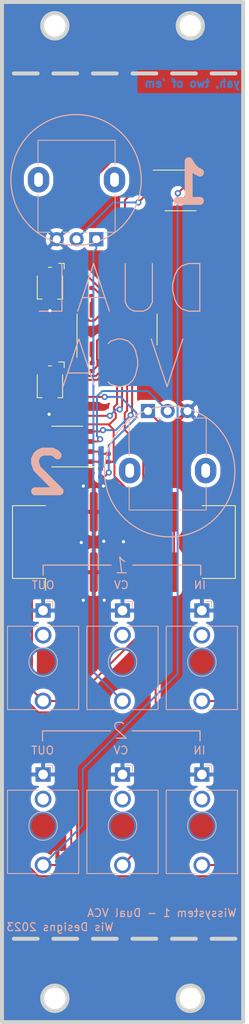
<source format=kicad_pcb>
(kicad_pcb (version 20221018) (generator pcbnew)
  (layers (0 "F.Cu" signal) (31 "B.Cu" signal) (34 "B.Paste" user) (35 "F.Paste" user) (36 "B.SilkS" user "B.Silkscreen") (37 "F.SilkS" user "F.Silkscreen") (38 "B.Mask" user) (39 "F.Mask" user) (44 "Edge.Cuts" user))
  (net 0 "")
  (net 1 "-12V")
  (net 2 "GND")
  (net 3 "+12V")
  (net 4 "+5V")
  (net 5 "Net-(J1-CV_L)")
  (net 6 "Net-(J1-GATE_L)")
  (net 7 "Net-(J_CV1-PadT)")
  (net 9 "Net-(J_CV2-PadT)")
  (net 11 "Net-(J_OUT1-PadT)")
  (net 13 "Net-(J_OUT2-PadT)")
  (net 15 "Net-(J_SIG1-PadT)")
  (net 17 "Net-(J_SIG3-PadT)")
  (net 19 "Net-(U1A--)")
  (net 20 "Net-(R1-Pad2)")
  (net 21 "Net-(U2A-D)")
  (net 22 "Net-(U2A-+)")
  (net 23 "Net-(R5-Pad1)")
  (net 24 "Net-(U1B--)")
  (net 25 "Net-(U3A--)")
  (net 26 "Net-(U2B-D)")
  (net 27 "Net-(U2B-+)")
  (net 28 "Net-(R11-Pad2)")
  (net 29 "Net-(R12-Pad1)")
  (net 30 "Net-(U3B--)")
  (net 31 "Net-(U1A-+)")
  (net 32 "Net-(U2A--)")
  (net 33 "Net-(U2B--)")
  (net 34 "Net-(U3A-+)")
  (footprint "Connector_IDC:IDC-Header_2x08_P2.54mm_Vertical_SMD" (layer "F.Cu") (at 35.4076 88.0264 90)
    (fp_text reference "J1" hide)
    (fp_text value "EuroPower16")
    (pad "1" smd roundrect (at -3.8 -8.89 90) (size 5 1.02) (layers "F.Cu" "F.Paste" "F.Mask") (net 1 "-12V"))
    (pad "2" smd roundrect (at 3.8 -8.89 90) (size 5 1.02) (layers "F.Cu" "F.Paste" "F.Mask") (net 1 "-12V"))
    (pad "3" smd roundrect (at -3.8 -6.35 90) (size 5 1.02) (layers "F.Cu" "F.Paste" "F.Mask") (net 2 "GND"))
    (pad "4" smd roundrect (at 3.8 -6.35 90) (size 5 1.02) (layers "F.Cu" "F.Paste" "F.Mask") (net 2 "GND"))
    (pad "5" smd roundrect (at -3.8 -3.81 90) (size 5 1.02) (layers "F.Cu" "F.Paste" "F.Mask") (net 2 "GND"))
    (pad "6" smd roundrect (at 3.8 -3.81 90) (size 5 1.02) (layers "F.Cu" "F.Paste" "F.Mask") (net 2 "GND"))
    (pad "7" smd roundrect (at -3.8 -1.27 90) (size 5 1.02) (layers "F.Cu" "F.Paste" "F.Mask") (net 2 "GND"))
    (pad "8" smd roundrect (at 3.8 -1.27 90) (size 5 1.02) (layers "F.Cu" "F.Paste" "F.Mask") (net 2 "GND"))
    (pad "9" smd roundrect (at -3.8 1.27 90) (size 5 1.02) (layers "F.Cu" "F.Paste" "F.Mask") (net 3 "+12V"))
    (pad "10" smd roundrect (at 3.8 1.27 90) (size 5 1.02) (layers "F.Cu" "F.Paste" "F.Mask") (net 3 "+12V"))
    (pad "11" smd roundrect (at -3.8 3.81 90) (size 5 1.02) (layers "F.Cu" "F.Paste" "F.Mask") (net 4 "+5V"))
    (pad "12" smd roundrect (at 3.8 3.81 90) (size 5 1.02) (layers "F.Cu" "F.Paste" "F.Mask") (net 4 "+5V"))
    (pad "13" smd roundrect (at -3.8 6.35 90) (size 5 1.02) (layers "F.Cu" "F.Paste" "F.Mask") (net 5 "Net-(J1-CV_L)"))
    (pad "14" smd roundrect (at 3.8 6.35 90) (size 5 1.02) (layers "F.Cu" "F.Paste" "F.Mask") (net 5 "Net-(J1-CV_L)"))
    (pad "15" smd roundrect (at -3.8 8.89 90) (size 5 1.02) (layers "F.Cu" "F.Paste" "F.Mask") (net 6 "Net-(J1-GATE_L)"))
    (pad "16" smd roundrect (at 3.8 8.89 90) (size 5 1.02) (layers "F.Cu" "F.Paste" "F.Mask") (net 6 "Net-(J1-GATE_L)"))
  )
  (footprint "kpm-jlcpcb-basic:R_0402_1005Metric" (layer "F.Cu") (at 31.3944 65.9912 90)
    (fp_text reference "R3" hide)
    (fp_text value "100k" hide)
    (pad "1" smd roundrect (at -0.51 0 90) (size 0.54 0.64) (layers "F.Cu" "F.Paste" "F.Mask") (net 3 "+12V"))
    (pad "2" smd roundrect (at 0.51 0 90) (size 0.54 0.64) (layers "F.Cu" "F.Paste" "F.Mask") (net 21 "Net-(U2A-D)"))
  )
  (footprint "kpm-jlcpcb-basic:R_0402_1005Metric" (layer "F.Cu") (at 27.5356 107.0864)
    (fp_text reference "R6" hide)
    (fp_text value "10k" hide)
    (pad "1" smd roundrect (at -0.51 0) (size 0.54 0.64) (layers "F.Cu" "F.Paste" "F.Mask") (net 2 "GND"))
    (pad "2" smd roundrect (at 0.51 0) (size 0.54 0.64) (layers "F.Cu" "F.Paste" "F.Mask") (net 24 "Net-(U1B--)"))
  )
  (footprint "kpm-jlcpcb-basic:R_0603_1608Metric" (layer "F.Cu") (at 48.1706 128.7272 180)
    (fp_text reference "R4" hide)
    (fp_text value "560k" hide)
    (pad "1" smd roundrect (at -0.825 0 180) (size 0.8 0.95) (layers "F.Cu" "F.Paste" "F.Mask") (net 22 "Net-(U2A-+)"))
    (pad "2" smd roundrect (at 0.825 0 180) (size 0.8 0.95) (layers "F.Cu" "F.Paste" "F.Mask") (net 17 "Net-(J_SIG3-PadT)"))
  )
  (footprint "Potentiometer_SMD:Potentiometer_Bourns_TC33X_Vertical" (layer "F.Cu") (at 26.0604 55.5244 -90)
    (fp_text reference "RV3" hide)
    (fp_text value "R_Potentiometer_Trim_US")
    (pad "1" smd rect (at -1.8 -1 270) (size 1.2 1.2) (layers "F.Cu" "F.Paste" "F.Mask") (net 33 "Net-(U2B--)"))
    (pad "2" smd rect (at 1.45 0 270) (size 1.5 1.6) (layers "F.Cu" "F.Paste" "F.Mask") (net 2 "GND"))
    (pad "3" smd rect (at -1.8 1 270) (size 1.2 1.2) (layers "F.Cu" "F.Paste" "F.Mask") (net 27 "Net-(U2B-+)"))
  )
  (footprint "kpm-jlcpcb-basic:SOIC-8_3.9x4.9mm_P1.27mm" (layer "F.Cu") (at 42.5704 43.7388 -90)
    (fp_text reference "U3" hide)
    (fp_text value "TL072CDT")
    (pad "1" smd roundrect (at -1.905 2.475) (size 1.95 0.6) (layers "F.Cu" "F.Paste" "F.Mask") (net 28 "Net-(R11-Pad2)"))
    (pad "2" smd roundrect (at -0.635 2.475) (size 1.95 0.6) (layers "F.Cu" "F.Paste" "F.Mask") (net 25 "Net-(U3A--)"))
    (pad "3" smd roundrect (at 0.635 2.475) (size 1.95 0.6) (layers "F.Cu" "F.Paste" "F.Mask") (net 34 "Net-(U3A-+)"))
    (pad "4" smd roundrect (at 1.905 2.475) (size 1.95 0.6) (layers "F.Cu" "F.Paste" "F.Mask") (net 1 "-12V"))
    (pad "5" smd roundrect (at 1.905 -2.475) (size 1.95 0.6) (layers "F.Cu" "F.Paste" "F.Mask") (net 2 "GND"))
    (pad "6" smd roundrect (at 0.635 -2.475) (size 1.95 0.6) (layers "F.Cu" "F.Paste" "F.Mask") (net 30 "Net-(U3B--)"))
    (pad "7" smd roundrect (at -0.635 -2.475) (size 1.95 0.6) (layers "F.Cu" "F.Paste" "F.Mask") (net 13 "Net-(J_OUT2-PadT)"))
    (pad "8" smd roundrect (at -1.905 -2.475) (size 1.95 0.6) (layers "F.Cu" "F.Paste" "F.Mask") (net 3 "+12V"))
  )
  (footprint "kpm-jlcpcb-basic:R_0603_1608Metric" (layer "F.Cu") (at 48.069 108.0516 180)
    (fp_text reference "R10" hide)
    (fp_text value "560k" hide)
    (pad "1" smd roundrect (at -0.825 0 180) (size 0.8 0.95) (layers "F.Cu" "F.Paste" "F.Mask") (net 27 "Net-(U2B-+)"))
    (pad "2" smd roundrect (at 0.825 0 180) (size 0.8 0.95) (layers "F.Cu" "F.Paste" "F.Mask") (net 15 "Net-(J_SIG1-PadT)"))
  )
  (footprint "kpm-jlcpcb-basic:R_0402_1005Metric" (layer "F.Cu") (at 27.5316 127.7112)
    (fp_text reference "R13" hide)
    (fp_text value "10k" hide)
    (pad "1" smd roundrect (at -0.51 0) (size 0.54 0.64) (layers "F.Cu" "F.Paste" "F.Mask") (net 2 "GND"))
    (pad "2" smd roundrect (at 0.51 0) (size 0.54 0.64) (layers "F.Cu" "F.Paste" "F.Mask") (net 30 "Net-(U3B--)"))
  )
  (footprint "kpm-jlcpcb-basic:R_0402_1005Metric" (layer "F.Cu") (at 27.5336 108.0516 180)
    (fp_text reference "R7" hide)
    (fp_text value "56k" hide)
    (pad "1" smd roundrect (at -0.51 0 180) (size 0.54 0.64) (layers "F.Cu" "F.Paste" "F.Mask") (net 24 "Net-(U1B--)"))
    (pad "2" smd roundrect (at 0.51 0 180) (size 0.54 0.64) (layers "F.Cu" "F.Paste" "F.Mask") (net 11 "Net-(J_OUT1-PadT)"))
  )
  (footprint "kpm-jlcpcb-basic:SOIC-8_3.9x4.9mm_P1.27mm" (layer "F.Cu") (at 28.2448 75.9968 90)
    (fp_text reference "U1" hide)
    (fp_text value "TL072CDT" hide)
    (pad "1" smd roundrect (at -1.905 2.475 180) (size 1.95 0.6) (layers "F.Cu" "F.Paste" "F.Mask") (net 20 "Net-(R1-Pad2)"))
    (pad "2" smd roundrect (at -0.635 2.475 180) (size 1.95 0.6) (layers "F.Cu" "F.Paste" "F.Mask") (net 19 "Net-(U1A--)"))
    (pad "3" smd roundrect (at 0.635 2.475 180) (size 1.95 0.6) (layers "F.Cu" "F.Paste" "F.Mask") (net 31 "Net-(U1A-+)"))
    (pad "4" smd roundrect (at 1.905 2.475 180) (size 1.95 0.6) (layers "F.Cu" "F.Paste" "F.Mask") (net 1 "-12V"))
    (pad "5" smd roundrect (at 1.905 -2.475 180) (size 1.95 0.6) (layers "F.Cu" "F.Paste" "F.Mask") (net 2 "GND"))
    (pad "6" smd roundrect (at 0.635 -2.475 180) (size 1.95 0.6) (layers "F.Cu" "F.Paste" "F.Mask") (net 24 "Net-(U1B--)"))
    (pad "7" smd roundrect (at -0.635 -2.475 180) (size 1.95 0.6) (layers "F.Cu" "F.Paste" "F.Mask") (net 11 "Net-(J_OUT1-PadT)"))
    (pad "8" smd roundrect (at -1.905 -2.475 180) (size 1.95 0.6) (layers "F.Cu" "F.Paste" "F.Mask") (net 3 "+12V"))
  )
  (footprint "kpm-jlcpcb-basic:R_0402_1005Metric" (layer "F.Cu") (at 27.5356 128.6764 180)
    (fp_text reference "R14" hide)
    (fp_text value "56k" hide)
    (pad "1" smd roundrect (at -0.51 0 180) (size 0.54 0.64) (layers "F.Cu" "F.Paste" "F.Mask") (net 30 "Net-(U3B--)"))
    (pad "2" smd roundrect (at 0.51 0 180) (size 0.54 0.64) (layers "F.Cu" "F.Paste" "F.Mask") (net 13 "Net-(J_OUT2-PadT)"))
  )
  (footprint "kpm-jlcpcb-basic:R_0402_1005Metric" (layer "F.Cu") (at 33.4264 77.4172 90)
    (fp_text reference "R2" hide)
    (fp_text value "56k" hide)
    (pad "1" smd roundrect (at -0.51 0 90) (size 0.54 0.64) (layers "F.Cu" "F.Paste" "F.Mask") (net 3 "+12V"))
    (pad "2" smd roundrect (at 0.51 0 90) (size 0.54 0.64) (layers "F.Cu" "F.Paste" "F.Mask") (net 19 "Net-(U1A--)"))
  )
  (footprint "kpm-jlcpcb-basic:R_0402_1005Metric" (layer "F.Cu") (at 37.3888 42.42 -90)
    (fp_text reference "R8" hide)
    (fp_text value "56k" hide)
    (pad "1" smd roundrect (at -0.51 0 270) (size 0.54 0.64) (layers "F.Cu" "F.Paste" "F.Mask") (net 3 "+12V"))
    (pad "2" smd roundrect (at 0.51 0 270) (size 0.54 0.64) (layers "F.Cu" "F.Paste" "F.Mask") (net 25 "Net-(U3A--)"))
  )
  (footprint "kpm-jlcpcb-basic:R_0402_1005Metric" (layer "F.Cu") (at 31.3436 56.5384 -90)
    (fp_text reference "R9" hide)
    (fp_text value "100k" hide)
    (pad "1" smd roundrect (at -0.51 0 270) (size 0.54 0.64) (layers "F.Cu" "F.Paste" "F.Mask") (net 3 "+12V"))
    (pad "2" smd roundrect (at 0.51 0 270) (size 0.54 0.64) (layers "F.Cu" "F.Paste" "F.Mask") (net 26 "Net-(U2B-D)"))
  )
  (footprint "kpm-jlcpcb-basic:R_0402_1005Metric" (layer "F.Cu") (at 32.4612 77.4172 -90)
    (fp_text reference "R1" hide)
    (fp_text value "56k" hide)
    (pad "1" smd roundrect (at -0.51 0 270) (size 0.54 0.64) (layers "F.Cu" "F.Paste" "F.Mask") (net 19 "Net-(U1A--)"))
    (pad "2" smd roundrect (at 0.51 0 270) (size 0.54 0.64) (layers "F.Cu" "F.Paste" "F.Mask") (net 20 "Net-(R1-Pad2)"))
  )
  (footprint "Package_SO:SOP-16_3.9x9.9mm_P1.27mm" (layer "F.Cu") (at 34.544 61.2648 90)
    (fp_text reference "U2" hide)
    (fp_text value "XL13700")
    (pad "1" smd roundrect (at -2.5 -4.445 90) (size 2 0.6) (layers "F.Cu" "F.Paste" "F.Mask") (net 23 "Net-(R5-Pad1)"))
    (pad "2" smd roundrect (at -2.5 -3.175 90) (size 2 0.6) (layers "F.Cu" "F.Paste" "F.Mask") (net 21 "Net-(U2A-D)"))
    (pad "3" smd roundrect (at -2.5 -1.905 90) (size 2 0.6) (layers "F.Cu" "F.Paste" "F.Mask") (net 22 "Net-(U2A-+)"))
    (pad "4" smd roundrect (at -2.5 -0.635 90) (size 2 0.6) (layers "F.Cu" "F.Paste" "F.Mask") (net 32 "Net-(U2A--)"))
    (pad "5" smd roundrect (at -2.5 0.635 90) (size 2 0.6) (layers "F.Cu" "F.Paste" "F.Mask") (net 24 "Net-(U1B--)"))
    (pad "6" smd roundrect (at -2.5 1.905 90) (size 2 0.6) (layers "F.Cu" "F.Paste" "F.Mask") (net 1 "-12V"))
    (pad "7" smd roundrect (at -2.5 3.175 90) (size 2 0.6) (layers "F.Cu" "F.Paste" "F.Mask"))
    (pad "8" smd roundrect (at -2.5 4.445 90) (size 2 0.6) (layers "F.Cu" "F.Paste" "F.Mask"))
    (pad "9" smd roundrect (at 2.5 4.445 90) (size 2 0.6) (layers "F.Cu" "F.Paste" "F.Mask"))
    (pad "10" smd roundrect (at 2.5 3.175 90) (size 2 0.6) (layers "F.Cu" "F.Paste" "F.Mask"))
    (pad "11" smd roundrect (at 2.5 1.905 90) (size 2 0.6) (layers "F.Cu" "F.Paste" "F.Mask") (net 3 "+12V"))
    (pad "12" smd roundrect (at 2.5 0.635 90) (size 2 0.6) (layers "F.Cu" "F.Paste" "F.Mask") (net 30 "Net-(U3B--)"))
    (pad "13" smd roundrect (at 2.5 -0.635 90) (size 2 0.6) (layers "F.Cu" "F.Paste" "F.Mask") (net 33 "Net-(U2B--)"))
    (pad "14" smd roundrect (at 2.5 -1.905 90) (size 2 0.6) (layers "F.Cu" "F.Paste" "F.Mask") (net 27 "Net-(U2B-+)"))
    (pad "15" smd roundrect (at 2.5 -3.175 90) (size 2 0.6) (layers "F.Cu" "F.Paste" "F.Mask") (net 26 "Net-(U2B-D)"))
    (pad "16" smd roundrect (at 2.5 -4.445 90) (size 2 0.6) (layers "F.Cu" "F.Paste" "F.Mask") (net 29 "Net-(R12-Pad1)"))
  )
  (footprint "kpm-jlcpcb-basic:R_0402_1005Metric" (layer "F.Cu") (at 32.4612 79.2988 90)
    (fp_text reference "R5" hide)
    (fp_text value "10k" hide)
    (pad "1" smd roundrect (at -0.51 0 90) (size 0.54 0.64) (layers "F.Cu" "F.Paste" "F.Mask") (net 23 "Net-(R5-Pad1)"))
    (pad "2" smd roundrect (at 0.51 0 90) (size 0.54 0.64) (layers "F.Cu" "F.Paste" "F.Mask") (net 20 "Net-(R1-Pad2)"))
  )
  (footprint "kpm-jlcpcb-basic:R_0402_1005Metric" (layer "F.Cu") (at 38.354 42.42 90)
    (fp_text reference "R11" hide)
    (fp_text value "56k" hide)
    (pad "1" smd roundrect (at -0.51 0 90) (size 0.54 0.64) (layers "F.Cu" "F.Paste" "F.Mask") (net 25 "Net-(U3A--)"))
    (pad "2" smd roundrect (at 0.51 0 90) (size 0.54 0.64) (layers "F.Cu" "F.Paste" "F.Mask") (net 28 "Net-(R11-Pad2)"))
  )
  (footprint "kpm-jlcpcb-basic:R_0402_1005Metric" (layer "F.Cu") (at 38.354 40.5384 -90)
    (fp_text reference "R12" hide)
    (fp_text value "10k" hide)
    (pad "1" smd roundrect (at -0.51 0 270) (size 0.54 0.64) (layers "F.Cu" "F.Paste" "F.Mask") (net 29 "Net-(R12-Pad1)"))
    (pad "2" smd roundrect (at 0.51 0 270) (size 0.54 0.64) (layers "F.Cu" "F.Paste" "F.Mask") (net 28 "Net-(R11-Pad2)"))
  )
  (footprint "Potentiometer_SMD:Potentiometer_Bourns_TC33X_Vertical" (layer "F.Cu") (at 26.0604 67.9472 -90)
    (fp_text reference "RV2" hide)
    (fp_text value "R_Potentiometer_Trim_US")
    (pad "1" smd rect (at -1.8 -1 270) (size 1.2 1.2) (layers "F.Cu" "F.Paste" "F.Mask") (net 32 "Net-(U2A--)"))
    (pad "2" smd rect (at 1.45 0 270) (size 1.5 1.6) (layers "F.Cu" "F.Paste" "F.Mask") (net 2 "GND"))
    (pad "3" smd rect (at -1.8 1 270) (size 1.2 1.2) (layers "F.Cu" "F.Paste" "F.Mask") (net 22 "Net-(U2A-+)"))
  )
  (footprint "Potentiometer_THT:Potentiometer_Alpha_RD901F-40-00D_Single_Vertical" (layer "B.Cu") (at 31.924 49.8856 90)
    (fp_text reference "RV4" hide)
    (fp_text value "AlphaPot")
    (pad "" thru_hole oval (at 7.5 -7.3) (size 2.72 3.24) (drill oval 1.1 1.8) (layers "*.Cu" "*.Mask"))
    (pad "" thru_hole oval (at 7.5 2.3) (size 2.72 3.24) (drill oval 1.1 1.8) (layers "*.Cu" "*.Mask"))
    (pad "1" thru_hole rect (at 0 0) (size 1.8 1.8) (drill 1) (layers "*.Cu" "*.Mask") (net 7 "Net-(J_CV1-PadT)"))
    (pad "2" thru_hole circle (at 0 -2.5) (size 1.8 1.8) (drill 1) (layers "*.Cu" "*.Mask") (net 34 "Net-(U3A-+)"))
    (pad "3" thru_hole circle (at 0 -5) (size 1.8 1.8) (drill 1) (layers "*.Cu" "*.Mask") (net 2 "GND"))
  )
  (footprint "Connector_Audio:Jack_3.5mm_QingPu_WQP-PJ398SM_Vertical_CircularHoles" (layer "B.Cu") (at 25.1968 96.6516 180)
    (fp_text reference "J_OUT1" hide)
    (fp_text value "Thonkiconn")
    (pad "S" thru_hole rect (at 0 0) (size 1.93 1.83) (drill 1.22) (layers "*.Cu" "*.Mask") (net 2 "GND"))
    (pad "T" thru_hole circle (at 0 -11.4) (size 2.13 2.13) (drill 1.43) (layers "*.Cu" "*.Mask") (net 11 "Net-(J_OUT1-PadT)"))
    (pad "TN" thru_hole circle (at 0 -3.1) (size 2.13 2.13) (drill 1.42) (layers "*.Cu" "*.Mask"))
    (zone (net 0) (net_name "") (layer "B.Cu") (connect_pads (clearance 0)) (min_thickness 0.254)
      (keepout (tracks not_allowed) (vias not_allowed) (pads not_allowed) (copperpour not_allowed) (footprints not_allowed))
      (fill (thermal_gap 0.508) (thermal_bridge_width 0.508))
      (polygon (pts (xy 23.691659 103.1316) (xy 23.71187 102.885771) (xy 23.771959 102.646545) (xy 23.870314 102.420344) (xy 24.004292 102.213245) (xy 24.170296 102.03081) (xy 24.363868 101.877936) (xy 24.579808 101.758731) (xy 24.812318 101.676394) (xy 25.055154 101.633139) (xy 25.301793 101.630125) (xy 25.545613 101.667435) (xy 25.780066 101.744066) (xy 25.998854 101.85796) (xy 26.196103 102.006058) (xy 26.366514 102.184384) (xy 26.505512 102.388148) (xy 26.609364 102.611878) (xy 26.675281 102.849565) (xy 26.701492 103.094826) (xy 26.687293 103.341075) (xy 26.633066 103.581699) (xy 26.540268 103.810234) (xy 26.411389 104.020545) (xy 26.249892 104.206982) (xy 26.060113 104.364539) (xy 25.84715 104.488985) (xy 25.616721 104.576977) (xy 25.375015 104.626153) (xy 25.128522 104.635192) (xy 24.883864 104.60385) (xy 24.647609 104.53297) (xy 24.426103 104.424456) (xy 24.225295 104.281221) (xy 24.050577 104.107112) (xy 23.906642 103.906805) (xy 23.797355 103.685679) (xy 23.725651 103.449674) (xy 23.693456 103.205126)))
    )
  )
  (footprint "Connector_Audio:Jack_3.5mm_QingPu_WQP-PJ398SM_Vertical_CircularHoles" (layer "B.Cu") (at 35.2298 117.3084 180)
    (fp_text reference "J_CV2" hide)
    (fp_text value "Thonkiconn")
    (pad "S" thru_hole rect (at 0 0) (size 1.93 1.83) (drill 1.22) (layers "*.Cu" "*.Mask") (net 2 "GND"))
    (pad "T" thru_hole circle (at 0 -11.4) (size 2.13 2.13) (drill 1.43) (layers "*.Cu" "*.Mask") (net 9 "Net-(J_CV2-PadT)"))
    (pad "TN" thru_hole circle (at 0 -3.1) (size 2.13 2.13) (drill 1.42) (layers "*.Cu" "*.Mask"))
    (zone (net 0) (net_name "") (layer "B.Cu") (connect_pads (clearance 0)) (min_thickness 0.254)
      (keepout (tracks not_allowed) (vias not_allowed) (pads not_allowed) (copperpour not_allowed) (footprints not_allowed))
      (fill (thermal_gap 0.508) (thermal_bridge_width 0.508))
      (polygon (pts (xy 33.724659 123.7884) (xy 33.74487 123.542571) (xy 33.804959 123.303345) (xy 33.903314 123.077144) (xy 34.037292 122.870045) (xy 34.203296 122.68761) (xy 34.396868 122.534736) (xy 34.612808 122.415531) (xy 34.845318 122.333194) (xy 35.088154 122.289939) (xy 35.334793 122.286925) (xy 35.578613 122.324235) (xy 35.813066 122.400866) (xy 36.031854 122.51476) (xy 36.229103 122.662858) (xy 36.399514 122.841184) (xy 36.538512 123.044948) (xy 36.642364 123.268678) (xy 36.708281 123.506365) (xy 36.734492 123.751626) (xy 36.720293 123.997875) (xy 36.666066 124.238499) (xy 36.573268 124.467034) (xy 36.444389 124.677345) (xy 36.282892 124.863782) (xy 36.093113 125.021339) (xy 35.88015 125.145785) (xy 35.649721 125.233777) (xy 35.408015 125.282953) (xy 35.161522 125.291992) (xy 34.916864 125.26065) (xy 34.680609 125.18977) (xy 34.459103 125.081256) (xy 34.258295 124.938021) (xy 34.083577 124.763912) (xy 33.939642 124.563605) (xy 33.830355 124.342479) (xy 33.758651 124.106474) (xy 33.726456 123.861926)))
    )
  )
  (footprint "Connector_Audio:Jack_3.5mm_QingPu_WQP-PJ398SM_Vertical_CircularHoles" (layer "B.Cu") (at 25.1968 117.3084 180)
    (fp_text reference "J_OUT2" hide)
    (fp_text value "Thonkiconn")
    (pad "S" thru_hole rect (at 0 0) (size 1.93 1.83) (drill 1.22) (layers "*.Cu" "*.Mask") (net 2 "GND"))
    (pad "T" thru_hole circle (at 0 -11.4) (size 2.13 2.13) (drill 1.43) (layers "*.Cu" "*.Mask") (net 13 "Net-(J_OUT2-PadT)"))
    (pad "TN" thru_hole circle (at 0 -3.1) (size 2.13 2.13) (drill 1.42) (layers "*.Cu" "*.Mask"))
    (zone (net 0) (net_name "") (layer "B.Cu") (connect_pads (clearance 0)) (min_thickness 0.254)
      (keepout (tracks not_allowed) (vias not_allowed) (pads not_allowed) (copperpour not_allowed) (footprints not_allowed))
      (fill (thermal_gap 0.508) (thermal_bridge_width 0.508))
      (polygon (pts (xy 23.691659 123.7884) (xy 23.71187 123.542571) (xy 23.771959 123.303345) (xy 23.870314 123.077144) (xy 24.004292 122.870045) (xy 24.170296 122.68761) (xy 24.363868 122.534736) (xy 24.579808 122.415531) (xy 24.812318 122.333194) (xy 25.055154 122.289939) (xy 25.301793 122.286925) (xy 25.545613 122.324235) (xy 25.780066 122.400866) (xy 25.998854 122.51476) (xy 26.196103 122.662858) (xy 26.366514 122.841184) (xy 26.505512 123.044948) (xy 26.609364 123.268678) (xy 26.675281 123.506365) (xy 26.701492 123.751626) (xy 26.687293 123.997875) (xy 26.633066 124.238499) (xy 26.540268 124.467034) (xy 26.411389 124.677345) (xy 26.249892 124.863782) (xy 26.060113 125.021339) (xy 25.84715 125.145785) (xy 25.616721 125.233777) (xy 25.375015 125.282953) (xy 25.128522 125.291992) (xy 24.883864 125.26065) (xy 24.647609 125.18977) (xy 24.426103 125.081256) (xy 24.225295 124.938021) (xy 24.050577 124.763912) (xy 23.906642 124.563605) (xy 23.797355 124.342479) (xy 23.725651 124.106474) (xy 23.693456 123.861926)))
    )
  )
  (footprint "Connector_Audio:Jack_3.5mm_QingPu_WQP-PJ398SM_Vertical_CircularHoles" (layer "B.Cu") (at 45.2628 117.3084 180)
    (fp_text reference "J_SIG3" hide)
    (fp_text value "Thonkiconn")
    (pad "S" thru_hole rect (at 0 0) (size 1.93 1.83) (drill 1.22) (layers "*.Cu" "*.Mask") (net 2 "GND"))
    (pad "T" thru_hole circle (at 0 -11.4) (size 2.13 2.13) (drill 1.43) (layers "*.Cu" "*.Mask") (net 17 "Net-(J_SIG3-PadT)"))
    (pad "TN" thru_hole circle (at 0 -3.1) (size 2.13 2.13) (drill 1.42) (layers "*.Cu" "*.Mask"))
    (zone (net 0) (net_name "") (layer "B.Cu") (connect_pads (clearance 0)) (min_thickness 0.254)
      (keepout (tracks not_allowed) (vias not_allowed) (pads not_allowed) (copperpour not_allowed) (footprints not_allowed))
      (fill (thermal_gap 0.508) (thermal_bridge_width 0.508))
      (polygon (pts (xy 43.757659 123.7884) (xy 43.77787 123.542571) (xy 43.837959 123.303345) (xy 43.936314 123.077144) (xy 44.070292 122.870045) (xy 44.236296 122.68761) (xy 44.429868 122.534736) (xy 44.645808 122.415531) (xy 44.878318 122.333194) (xy 45.121154 122.289939) (xy 45.367793 122.286925) (xy 45.611613 122.324235) (xy 45.846066 122.400866) (xy 46.064854 122.51476) (xy 46.262103 122.662858) (xy 46.432514 122.841184) (xy 46.571512 123.044948) (xy 46.675364 123.268678) (xy 46.741281 123.506365) (xy 46.767492 123.751626) (xy 46.753293 123.997875) (xy 46.699066 124.238499) (xy 46.606268 124.467034) (xy 46.477389 124.677345) (xy 46.315892 124.863782) (xy 46.126113 125.021339) (xy 45.91315 125.145785) (xy 45.682721 125.233777) (xy 45.441015 125.282953) (xy 45.194522 125.291992) (xy 44.949864 125.26065) (xy 44.713609 125.18977) (xy 44.492103 125.081256) (xy 44.291295 124.938021) (xy 44.116577 124.763912) (xy 43.972642 124.563605) (xy 43.863355 124.342479) (xy 43.791651 124.106474) (xy 43.759456 123.861926)))
    )
  )
  (footprint "Connector_Audio:Jack_3.5mm_QingPu_WQP-PJ398SM_Vertical_CircularHoles" (layer "B.Cu") (at 35.2298 96.6516 180)
    (fp_text reference "J_CV1" hide)
    (fp_text value "Thonkiconn")
    (pad "S" thru_hole rect (at 0 0) (size 1.93 1.83) (drill 1.22) (layers "*.Cu" "*.Mask") (net 2 "GND"))
    (pad "T" thru_hole circle (at 0 -11.4) (size 2.13 2.13) (drill 1.43) (layers "*.Cu" "*.Mask") (net 7 "Net-(J_CV1-PadT)"))
    (pad "TN" thru_hole circle (at 0 -3.1) (size 2.13 2.13) (drill 1.42) (layers "*.Cu" "*.Mask"))
    (zone (net 0) (net_name "") (layer "B.Cu") (connect_pads (clearance 0)) (min_thickness 0.254)
      (keepout (tracks not_allowed) (vias not_allowed) (pads not_allowed) (copperpour not_allowed) (footprints not_allowed))
      (fill (thermal_gap 0.508) (thermal_bridge_width 0.508))
      (polygon (pts (xy 33.724659 103.1316) (xy 33.74487 102.885771) (xy 33.804959 102.646545) (xy 33.903314 102.420344) (xy 34.037292 102.213245) (xy 34.203296 102.03081) (xy 34.396868 101.877936) (xy 34.612808 101.758731) (xy 34.845318 101.676394) (xy 35.088154 101.633139) (xy 35.334793 101.630125) (xy 35.578613 101.667435) (xy 35.813066 101.744066) (xy 36.031854 101.85796) (xy 36.229103 102.006058) (xy 36.399514 102.184384) (xy 36.538512 102.388148) (xy 36.642364 102.611878) (xy 36.708281 102.849565) (xy 36.734492 103.094826) (xy 36.720293 103.341075) (xy 36.666066 103.581699) (xy 36.573268 103.810234) (xy 36.444389 104.020545) (xy 36.282892 104.206982) (xy 36.093113 104.364539) (xy 35.88015 104.488985) (xy 35.649721 104.576977) (xy 35.408015 104.626153) (xy 35.161522 104.635192) (xy 34.916864 104.60385) (xy 34.680609 104.53297) (xy 34.459103 104.424456) (xy 34.258295 104.281221) (xy 34.083577 104.107112) (xy 33.939642 103.906805) (xy 33.830355 103.685679) (xy 33.758651 103.449674) (xy 33.726456 103.205126)))
    )
  )
  (footprint "Potentiometer_THT:Potentiometer_Alpha_RD901F-40-00D_Single_Vertical" (layer "B.Cu") (at 38.4448 71.5264 -90)
    (fp_text reference "RV1" hide)
    (fp_text value "AlphaPot")
    (pad "" thru_hole oval (at 7.5 -7.3 180) (size 2.72 3.24) (drill oval 1.1 1.8) (layers "*.Cu" "*.Mask"))
    (pad "" thru_hole oval (at 7.5 2.3 180) (size 2.72 3.24) (drill oval 1.1 1.8) (layers "*.Cu" "*.Mask"))
    (pad "1" thru_hole rect (at 0 0 180) (size 1.8 1.8) (drill 1) (layers "*.Cu" "*.Mask") (net 9 "Net-(J_CV2-PadT)"))
    (pad "2" thru_hole circle (at 0 -2.5 180) (size 1.8 1.8) (drill 1) (layers "*.Cu" "*.Mask") (net 31 "Net-(U1A-+)"))
    (pad "3" thru_hole circle (at 0 -5 180) (size 1.8 1.8) (drill 1) (layers "*.Cu" "*.Mask") (net 2 "GND"))
  )
  (footprint "Connector_Audio:Jack_3.5mm_QingPu_WQP-PJ398SM_Vertical_CircularHoles" (layer "B.Cu") (at 45.2628 96.6516 180)
    (fp_text reference "J_SIG1" hide)
    (fp_text value "Thonkiconn")
    (pad "S" thru_hole rect (at 0 0) (size 1.93 1.83) (drill 1.22) (layers "*.Cu" "*.Mask") (net 2 "GND"))
    (pad "T" thru_hole circle (at 0 -11.4) (size 2.13 2.13) (drill 1.43) (layers "*.Cu" "*.Mask") (net 15 "Net-(J_SIG1-PadT)"))
    (pad "TN" thru_hole circle (at 0 -3.1) (size 2.13 2.13) (drill 1.42) (layers "*.Cu" "*.Mask"))
    (zone (net 0) (net_name "") (layer "B.Cu") (connect_pads (clearance 0)) (min_thickness 0.254)
      (keepout (tracks not_allowed) (vias not_allowed) (pads not_allowed) (copperpour not_allowed) (footprints not_allowed))
      (fill (thermal_gap 0.508) (thermal_bridge_width 0.508))
      (polygon (pts (xy 43.757659 103.1316) (xy 43.77787 102.885771) (xy 43.837959 102.646545) (xy 43.936314 102.420344) (xy 44.070292 102.213245) (xy 44.236296 102.03081) (xy 44.429868 101.877936) (xy 44.645808 101.758731) (xy 44.878318 101.676394) (xy 45.121154 101.633139) (xy 45.367793 101.630125) (xy 45.611613 101.667435) (xy 45.846066 101.744066) (xy 46.064854 101.85796) (xy 46.262103 102.006058) (xy 46.432514 102.184384) (xy 46.571512 102.388148) (xy 46.675364 102.611878) (xy 46.741281 102.849565) (xy 46.767492 103.094826) (xy 46.753293 103.341075) (xy 46.699066 103.581699) (xy 46.606268 103.810234) (xy 46.477389 104.020545) (xy 46.315892 104.206982) (xy 46.126113 104.364539) (xy 45.91315 104.488985) (xy 45.682721 104.576977) (xy 45.441015 104.626153) (xy 45.194522 104.635192) (xy 44.949864 104.60385) (xy 44.713609 104.53297) (xy 44.492103 104.424456) (xy 44.291295 104.281221) (xy 44.116577 104.107112) (xy 43.972642 103.906805) (xy 43.863355 103.685679) (xy 43.791651 103.449674) (xy 43.759456 103.205126)))
    )
  )
  (gr_line (start 45.0342 111.8108) (end 45.0342 113.0808) (stroke (width 0.15)) (layer "B.SilkS"))
  (gr_line (start 25.1206 111.8108) (end 25.1206 113.0808) (stroke (width 0.15)) (layer "B.SilkS"))
  (gr_line (start 36.5252 90.932) (end 45.1104 90.932) (stroke (width 0.15)) (layer "B.SilkS"))
  (gr_line (start 36.449 111.8108) (end 45.0342 111.8108) (stroke (width 0.15)) (layer "B.SilkS"))
  (gr_circle (center 29.3624 42.418) (end 34.304 49.0056) (stroke (width 0.15)) (fill none) (layer "B.SilkS"))
  (gr_line (start 25.2222 90.932) (end 33.8074 90.932) (stroke (width 0.15)) (layer "B.SilkS"))
  (gr_line (start 45.1104 90.932) (end 45.1104 92.202) (stroke (width 0.15)) (layer "B.SilkS"))
  (gr_line (start 25.1968 90.932) (end 25.1968 92.202) (stroke (width 0.15)) (layer "B.SilkS"))
  (gr_line (start 25.146 111.8108) (end 33.7312 111.8108) (stroke (width 0.15)) (layer "B.SilkS"))
  (gr_circle (center 41.1988 79.14096) (end 46.1404 85.72856) (stroke (width 0.15)) (fill none) (layer "B.SilkS"))
  (gr_line (start 26.5 29) (end 29.5 29) (stroke (width 0.5)) (layer "Edge.Cuts"))
  (gr_line (start 26.5 138) (end 29.5 138) (stroke (width 0.5)) (layer "Edge.Cuts"))
  (gr_line (start 31.5 29) (end 34.5 29) (stroke (width 0.5)) (layer "Edge.Cuts"))
  (gr_line (start 41.5 138) (end 44.5 138) (stroke (width 0.5)) (layer "Edge.Cuts"))
  (gr_line (start 21.5 29) (end 24.5 29) (stroke (width 0.5)) (layer "Edge.Cuts"))
  (gr_rect (start 20 20) (end 50.48 148.5) (stroke (width 0.5)) (fill none) (layer "Edge.Cuts"))
  (gr_circle (center 26.68 145.5) (end 26.68 147.1) (stroke (width 0.5)) (fill none) (layer "Edge.Cuts"))
  (gr_line (start 41.5 29) (end 44.5 29) (stroke (width 0.5)) (layer "Edge.Cuts"))
  (gr_line (start 36.5 138) (end 39.5 138) (stroke (width 0.5)) (layer "Edge.Cuts"))
  (gr_line (start 46.5 138) (end 49.5 138) (stroke (width 0.5)) (layer "Edge.Cuts"))
  (gr_line (start 31.5 138) (end 34.5 138) (stroke (width 0.5)) (layer "Edge.Cuts"))
  (gr_line (start 46.5 29) (end 49.5 29) (stroke (width 0.5)) (layer "Edge.Cuts"))
  (gr_line (start 36.5 29) (end 39.5 29) (stroke (width 0.5)) (layer "Edge.Cuts"))
  (gr_circle (center 26.68 23) (end 26.68 24.6) (stroke (width 0.5)) (fill none) (layer "Edge.Cuts"))
  (gr_circle (center 43.8 23) (end 43.8 24.6) (stroke (width 0.5)) (fill none) (layer "Edge.Cuts"))
  (gr_circle (center 43.8 145.5) (end 43.8 147.1) (stroke (width 0.5)) (fill none) (layer "Edge.Cuts"))
  (gr_line (start 21.5 138) (end 24.5 138) (stroke (width 0.5)) (layer "Edge.Cuts"))
  (gr_text "yah, two of 'em" (at 50.1904 30.8356) (layer "B.Cu") (effects (font (size 1 1) (thickness 0.25) bold) (justify left bottom mirror)))
  (gr_text "1" (at 46.6344 45.72) (layer "B.SilkS") (effects (font (size 5 5) (thickness 1) bold) (justify left bottom mirror)))
  (gr_text "DUAL" (at 46.5328 59.69) (layer "B.SilkS") (effects (font (size 6 6)) (justify left bottom mirror)))
  (gr_text "Wis Designs 2023" (at 34.1884 137.1092) (layer "B.SilkS") (effects (font (size 1 1)) (justify left bottom mirror)))
  (gr_text "OUT" (at 26.67 114.8588) (layer "B.SilkS") (effects (font (size 1 1)) (justify left bottom mirror)))
  (gr_text "1" (at 36.1696 92.1512) (layer "B.SilkS") (effects (font (size 2 2) (thickness 0.15) italic) (justify left bottom mirror)))
  (gr_text "IN" (at 45.8216 114.8588) (layer "B.SilkS") (effects (font (size 1 1)) (justify left bottom mirror)))
  (gr_text "CV" (at 36.1188 94.0308) (layer "B.SilkS") (effects (font (size 1 1)) (justify left bottom mirror)))
  (gr_text "2" (at 28.6512 82.296) (layer "B.SilkS") (effects (font (size 5 5) (thickness 1) bold) (justify left bottom mirror)))
  (gr_text "2" (at 36.068 112.9792) (layer "B.SilkS") (effects (font (size 2 2) (thickness 0.15) italic) (justify left bottom mirror)))
  (gr_text "Wissystem 1 - Dual VCA" (at 49.7332 135.3312) (layer "B.SilkS") (effects (font (size 1 1)) (justify left bottom mirror)))
  (gr_text "OUT" (at 26.7208 94.0308) (layer "B.SilkS") (effects (font (size 1 1)) (justify left bottom mirror)))
  (gr_text "VCA" (at 43.5328 69.1896) (layer "B.SilkS") (effects (font (size 6 6)) (justify left bottom mirror)))
  (gr_text "CV" (at 36.068 114.8588) (layer "B.SilkS") (effects (font (size 1 1)) (justify left bottom mirror)))
  (gr_text "IN" (at 45.8724 94.0308) (layer "B.SilkS") (effects (font (size 1 1)) (justify left bottom mirror)))
  (segment (start 30.3419 74.0918) (end 30.7198 74.0918) (width 0.25) (layer "F.Cu") (net 1))
  (segment (start 36.449 63.7648) (end 36.449 63.1606) (width 0.25) (layer "F.Cu") (net 1))
  (segment (start 26.5176 84.2264) (end 27.7642 82.9798) (width 0.25) (layer "F.Cu") (net 1))
  (segment (start 26.5176 91.8264) (end 26.5176 84.2264) (width 0.25) (layer "F.Cu") (net 1))
  (segment (start 36.2635 72.0537) (end 36.449 71.8682) (width 0.25) (layer "F.Cu") (net 1))
  (segment (start 27.7642 76.6695) (end 30.3419 74.0918) (width 0.25) (layer "F.Cu") (net 1))
  (segment (start 40.0954 59.5142) (end 40.0954 45.6438) (width 0.25) (layer "F.Cu") (net 1))
  (segment (start 30.7198 74.0918) (end 32.5979 74.0918) (width 0.25) (layer "F.Cu") (net 1))
  (segment (start 27.7642 82.9798) (end 27.7642 76.6695) (width 0.25) (layer "F.Cu") (net 1))
  (segment (start 32.5979 74.0918) (end 32.7602 73.9295) (width 0.25) (layer "F.Cu") (net 1))
  (segment (start 36.449 71.8682) (end 36.449 63.7648) (width 0.25) (layer "F.Cu") (net 1))
  (segment (start 36.449 63.1606) (end 40.0954 59.5142) (width 0.25) (layer "F.Cu") (net 1))
  (via (at 36.2635 72.0537) (size 0.8) (drill 0.4) (layers "F.Cu" "B.Cu") (net 1))
  (via (at 32.7602 73.9295) (size 0.8) (drill 0.4) (layers "F.Cu" "B.Cu") (net 1))
  (segment (start 32.7602 73.9295) (end 34.3877 73.9295) (width 0.25) (layer "B.Cu") (net 1))
  (segment (start 34.3877 73.9295) (end 36.2635 72.0537) (width 0.25) (layer "B.Cu") (net 1))
  (segment (start 29.0576 84.2264) (end 29.0576 91.8264) (width 0.25) (layer "F.Cu") (net 2))
  (segment (start 29.0576 84.2264) (end 31.5976 84.2264) (width 0.25) (layer "F.Cu") (net 2))
  (segment (start 31.5976 84.2264) (end 31.5976 91.8264) (width 0.25) (layer "F.Cu") (net 2))
  (segment (start 34.1376 91.8264) (end 31.5976 91.8264) (width 0.25) (layer "F.Cu") (net 2))
  (segment (start 31.5976 91.8264) (end 29.0576 91.8264) (width 0.25) (layer "F.Cu") (net 2))
  (segment (start 31.5976 91.8264) (end 34.1376 91.8264) (width 0.25) (layer "F.Cu") (net 2))
  (segment (start 31.5976 84.2264) (end 34.1376 84.2264) (width 0.25) (layer "F.Cu") (net 2))
  (segment (start 34.1376 84.2264) (end 34.1376 91.8264) (width 0.25) (layer "F.Cu") (net 2))
  (via (at 32.8676 87.9348) (size 0.8) (drill 0.4) (layers "F.Cu" "B.Cu") (net 2))
  (via (at 32.9184 95.3516) (size 0.8) (drill 0.4) (layers "F.Cu" "B.Cu") (net 2))
  (via (at 25.9588 71.9328) (size 0.8) (drill 0.4) (layers "F.Cu" "B.Cu") (net 2))
  (via (at 26.0604 58.8772) (size 0.8) (drill 0.4) (layers "F.Cu" "B.Cu") (net 2))
  (via (at 30.0228 88.0872) (size 0.8) (drill 0.4) (layers "F.Cu" "B.Cu") (net 2))
  (via (at 32.8168 80.9752) (size 0.8) (drill 0.4) (layers "F.Cu" "B.Cu") (net 2))
  (via (at 30.2768 95.3516) (size 0.8) (drill 0.4) (layers "F.Cu" "B.Cu") (net 2))
  (via (at 35.3568 87.9856) (size 0.8) (drill 0.4) (layers "F.Cu" "B.Cu") (net 2))
  (via (at 30.2768 80.9752) (size 0.8) (drill 0.4) (layers "F.Cu" "B.Cu") (net 2))
  (segment (start 33.4264 77.9272) (end 34.1157 77.9272) (width 0.25) (layer "F.Cu") (net 3))
  (segment (start 34.8206 57.4238) (end 35.5505 57.4238) (width 0.25) (layer "F.Cu") (net 3))
  (segment (start 32.3012 62.3792) (end 34.2265 62.3792) (width 0.25) (layer "F.Cu") (net 3))
  (segment (start 34.3872 71.8518) (end 34.3872 72.4009) (width 0.25) (layer "F.Cu") (net 3))
  (segment (start 36.7427 42.5561) (end 36.7427 43.7388) (width 0.25) (layer "F.Cu") (net 3))
  (segment (start 32.004 65.0425) (end 32.004 62.6764) (width 0.25) (layer "F.Cu") (net 3))
  (segment (start 35.5505 57.4238) (end 36.449 58.3223) (width 0.25) (layer "F.Cu") (net 3))
  (segment (start 43.0365 41.8338) (end 45.0454 41.8338) (width 0.25) (layer "F.Cu") (net 3))
  (segment (start 33.5152 73.2729) (end 33.4467 73.2044) (width 0.25) (layer "F.Cu") (net 3))
  (segment (start 34.5439 59.8297) (end 34.5439 57.7005) (width 0.25) (layer "F.Cu") (net 3))
  (segment (start 31.3944 66.5012) (end 32.0592 65.8364) (width 0.25) (layer "F.Cu") (net 3))
  (segment (start 34.2168 79.7711) (end 34.2168 78.0283) (width 0.25) (layer "F.Cu") (net 3))
  (segment (start 34.2168 78.0283) (end 34.1157 77.9272) (width 0.25) (layer "F.Cu") (net 3))
  (segment (start 34.158 71.6226) (end 34.3872 71.8518) (width 0.25) (layer "F.Cu") (net 3))
  (segment (start 32.0592 65.0977) (end 32.004 65.0425) (width 0.25) (layer "F.Cu") (net 3))
  (segment (start 37.3888 41.91) (end 36.7427 42.5561) (width 0.25) (layer "F.Cu") (net 3))
  (segment (start 41.1315 43.7388) (end 43.0365 41.8338) (width 0.25) (layer "F.Cu") (net 3))
  (segment (start 27.314 76.8077) (end 26.2199 77.9018) (width 0.25) (layer "F.Cu") (net 3))
  (segment (start 27.314 75.8234) (end 27.314 76.8077) (width 0.25) (layer "F.Cu") (net 3))
  (segment (start 36.7427 43.7388) (end 41.1315 43.7388) (width 0.25) (layer "F.Cu") (net 3))
  (segment (start 34.2265 62.3792) (end 34.544 62.6967) (width 0.25) (layer "F.Cu") (net 3))
  (segment (start 36.6776 84.2264) (end 36.6776 91.8264) (width 0.25) (layer "F.Cu") (net 3))
  (segment (start 34.2265 60.1471) (end 34.5439 59.8297) (width 0.25) (layer "F.Cu") (net 3))
  (segment (start 34.158 71.022) (end 34.158 71.6226) (width 0.25) (layer "F.Cu") (net 3))
  (segment (start 26.2199 77.9018) (end 25.7698 77.9018) (width 0.25) (layer "F.Cu") (net 3))
  (segment (start 34.5439 57.7005) (end 34.8206 57.4238) (width 0.25) (layer "F.Cu") (net 3))
  (segment (start 32.004 62.6764) (end 32.3012 62.3792) (width 0.25) (layer "F.Cu") (net 3))
  (segment (start 34.3872 72.4009) (end 33.5152 73.2729) (width 0.25) (layer "F.Cu") (net 3))
  (segment (start 35.5505 44.931) (end 36.7427 43.7388) (width 0.25) (layer "F.Cu") (net 3))
  (segment (start 34.1157 73.8734) (end 34.1157 77.9272) (width 0.25) (layer "F.Cu") (net 3))
  (segment (start 36.6776 84.2264) (end 36.6776 82.2319) (width 0.25) (layer "F.Cu") (net 3))
  (segment (start 34.2265 62.3792) (end 34.2265 60.1471) (width 0.25) (layer "F.Cu") (net 3))
  (segment (start 34.544 62.6967) (end 34.544 70.636) (width 0.25) (layer "F.Cu") (net 3))
  (segment (start 34.2265 60.1471) (end 33.6138 60.1471) (width 0.25) (layer "F.Cu") (net 3))
  (segment (start 35.5505 57.4238) (end 35.5505 44.931) (width 0.25) (layer "F.Cu") (net 3))
  (segment (start 33.274 57.6954) (end 31.607 56.0284) (width 0.25) (layer "F.Cu") (net 3))
  (segment (start 33.4467 73.2044) (end 29.933 73.2044) (width 0.25) (layer "F.Cu") (net 3))
  (segment (start 33.6138 60.1471) (end 33.274 59.8073) (width 0.25) (layer "F.Cu") (net 3))
  (segment (start 33.274 59.8073) (end 33.274 57.6954) (width 0.25) (layer "F.Cu") (net 3))
  (segment (start 36.449 58.3223) (end 36.449 58.7648) (width 0.25) (layer "F.Cu") (net 3))
  (segment (start 36.6776 82.2319) (end 34.2168 79.7711) (width 0.25) (layer "F.Cu") (net 3))
  (segment (start 32.0592 65.8364) (end 32.0592 65.0977) (width 0.25) (layer "F.Cu") (net 3))
  (segment (start 34.544 70.636) (end 34.158 71.022) (width 0.25) (layer "F.Cu") (net 3))
  (segment (start 29.933 73.2044) (end 27.314 75.8234) (width 0.25) (layer "F.Cu") (net 3))
  (segment (start 33.5152 73.2729) (end 34.1157 73.8734) (width 0.25) (layer "F.Cu") (net 3))
  (segment (start 31.607 56.0284) (end 31.3436 56.0284) (width 0.25) (layer "F.Cu") (net 3))
  (segment (start 39.2176 91.8264) (end 39.2176 84.2264) (width 0.25) (layer "F.Cu") (net 4))
  (segment (start 41.7576 84.2264) (end 41.7576 91.8264) (width 0.25) (layer "F.Cu") (net 5))
  (segment (start 44.2976 91.8264) (end 44.2976 84.2264) (width 0.25) (layer "F.Cu") (net 6))
  (segment (start 31.924 51.1107) (end 31.555 51.4797) (width 0.25) (layer "B.Cu") (net 7))
  (segment (start 31.924 49.8856) (end 31.924 51.1107) (width 0.25) (layer "B.Cu") (net 7))
  (segment (start 31.555 104.3768) (end 35.2298 108.0516) (width 0.25) (layer "B.Cu") (net 7))
  (segment (start 31.555 51.4797) (end 31.555 104.3768) (width 0.25) (layer "B.Cu") (net 7))
  (segment (start 39.4208 124.5174) (end 39.4208 94.943444) (width 0.25) (layer "F.Cu") (net 9))
  (segment (start 40.0526 94.311644) (end 40.0526 73.1342) (width 0.25) (layer "F.Cu") (net 9))
  (segment (start 40.0526 73.1342) (end 38.4448 71.5264) (width 0.25) (layer "F.Cu") (net 9))
  (segment (start 35.2298 128.7084) (end 39.4208 124.5174) (width 0.25) (layer "F.Cu") (net 9))
  (segment (start 39.4208 94.943444) (end 40.0526 94.311644) (width 0.25) (layer "F.Cu") (net 9))
  (segment (start 25.1968 108.052) (end 25.1972 108.052) (width 0.25) (layer "F.Cu") (net 11))
  (segment (start 25.1968 108.0516) (end 23.7929 106.6477) (width 0.25) (layer "F.Cu") (net 11))
  (segment (start 25.1972 108.052) (end 25.1968 108.0516) (width 0.25) (layer "F.Cu") (net 11))
  (segment (start 27.0232 108.052) (end 27.0236 108.052) (width 0.25) (layer "F.Cu") (net 11))
  (segment (start 23.7929 106.6477) (end 23.7929 78.2291) (width 0.25) (layer "F.Cu") (net 11))
  (segment (start 25.3902 76.6318) (end 25.7698 76.6318) (width 0.25) (layer "F.Cu") (net 11))
  (segment (start 23.7929 78.2291) (end 25.3902 76.6318) (width 0.25) (layer "F.Cu") (net 11))
  (segment (start 27.0232 108.052) (end 27.0236 108.0516) (width 0.25) (layer "F.Cu") (net 11))
  (segment (start 25.1972 108.052) (end 27.0232 108.052) (width 0.25) (layer "F.Cu") (net 11))
  (segment (start 43.2164 43.1038) (end 45.0454 43.1038) (width 0.25) (layer "F.Cu") (net 13))
  (segment (start 26.9936 128.708) (end 27.0096 128.692) (width 0.25) (layer "F.Cu") (net 13))
  (segment (start 27.01 128.692) (end 27.0256 128.6764) (width 0.25) (layer "F.Cu") (net 13))
  (segment (start 25.1968 128.708) (end 25.1972 128.708) (width 0.25) (layer "F.Cu") (net 13))
  (segment (start 42.2271 44.0931) (end 43.2164 43.1038) (width 0.25) (layer "F.Cu") (net 13))
  (segment (start 27.0096 128.692) (end 27.01 128.692) (width 0.25) (layer "F.Cu") (net 13))
  (segment (start 25.1972 128.708) (end 26.9936 128.708) (width 0.25) (layer "F.Cu") (net 13))
  (segment (start 25.1972 128.708) (end 25.1968 128.7084) (width 0.25) (layer "F.Cu") (net 13))
  (segment (start 27.0096 128.692) (end 27.0256 128.676) (width 0.25) (layer "F.Cu") (net 13))
  (via (at 42.2271 44.0931) (size 0.8) (drill 0.4) (layers "F.Cu" "B.Cu") (net 13))
  (segment (start 25.1968 128.7084) (end 30.2133 123.6919) (width 0.25) (layer "B.Cu") (net 13))
  (segment (start 42.1948 104.6254) (end 42.1948 44.1254) (width 0.25) (layer "B.Cu") (net 13))
  (segment (start 42.1948 44.1254) (end 42.2271 44.0931) (width 0.25) (layer "B.Cu") (net 13))
  (segment (start 30.2133 123.6919) (end 30.2133 116.6069) (width 0.25) (layer "B.Cu") (net 13))
  (segment (start 30.2133 116.6069) (end 42.1948 104.6254) (width 0.25) (layer "B.Cu") (net 13))
  (segment (start 47.2436 108.052) (end 47.244 108.052) (width 0.25) (layer "F.Cu") (net 15))
  (segment (start 45.2632 108.052) (end 45.2628 108.0516) (width 0.25) (layer "F.Cu") (net 15))
  (segment (start 47.2436 108.052) (end 47.244 108.0516) (width 0.25) (layer "F.Cu") (net 15))
  (segment (start 45.2628 108.052) (end 45.2632 108.052) (width 0.25) (layer "F.Cu") (net 15))
  (segment (start 45.2632 108.052) (end 47.2436 108.052) (width 0.25) (layer "F.Cu") (net 15))
  (segment (start 47.3268 128.708) (end 47.3456 128.727) (width 0.25) (layer "F.Cu") (net 17))
  (segment (start 47.3456 128.727) (end 47.3456 128.7272) (width 0.25) (layer "F.Cu") (net 17))
  (segment (start 45.2628 128.708) (end 47.3268 128.708) (width 0.25) (layer "F.Cu") (net 17))
  (segment (start 45.2628 128.7084) (end 45.2628 128.708) (width 0.25) (layer "F.Cu") (net 17))
  (segment (start 32.1858 76.6318) (end 32.4612 76.9072) (width 0.25) (layer "F.Cu") (net 19))
  (segment (start 32.4612 76.9072) (end 33.4264 76.9072) (width 0.25) (layer "F.Cu") (net 19))
  (segment (start 30.7198 76.6318) (end 32.1858 76.6318) (width 0.25) (layer "F.Cu") (net 19))
  (segment (start 30.7198 77.9018) (end 32.4358 77.9018) (width 0.25) (layer "F.Cu") (net 20))
  (segment (start 32.4358 77.9018) (end 32.4612 77.9272) (width 0.25) (layer "F.Cu") (net 20))
  (segment (start 32.4612 77.9272) (end 32.4612 78.7888) (width 0.25) (layer "F.Cu") (net 20))
  (segment (start 31.3944 65.4812) (end 31.3944 63.7902) (width 0.25) (layer "F.Cu") (net 21))
  (segment (start 31.3944 63.7902) (end 31.369 63.7648) (width 0.25) (layer "F.Cu") (net 21))
  (segment (start 30.734 64.8233) (end 29.7127 65.8446) (width 0.25) (layer "F.Cu") (net 22))
  (segment (start 30.9759 67.1078) (end 31.8604 67.1078) (width 0.25) (layer "F.Cu") (net 22))
  (segment (start 32.639 66.3292) (end 32.639 63.7648) (width 0.25) (layer "F.Cu") (net 22))
  (segment (start 25.0604 66.1472) (end 25.9855 66.1472) (width 0.25) (layer "F.Cu") (net 22))
  (segment (start 25.9855 66.1472) (end 25.9855 65.5401) (width 0.25) (layer "F.Cu") (net 22))
  (segment (start 22.8397 128.3467) (end 22.8397 66.0469) (width 0.25) (layer "F.Cu") (net 22))
  (segment (start 48.9956 128.7272) (end 47.6015 130.1213) (width 0.25) (layer "F.Cu") (net 22))
  (segment (start 31.8604 67.1078) (end 32.639 66.3292) (width 0.25) (layer "F.Cu") (net 22))
  (segment (start 22.8397 66.0469) (end 26.4714 62.4152) (width 0.25) (layer "F.Cu") (net 22))
  (segment (start 26.3036 65.222) (end 29.0901 65.222) (width 0.25) (layer "F.Cu") (net 22))
  (segment (start 25.9855 65.5401) (end 26.3036 65.222) (width 0.25) (layer "F.Cu") (net 22))
  (segment (start 29.0901 65.222) (end 29.7127 65.8446) (width 0.25) (layer "F.Cu") (net 22))
  (segment (start 30.734 62.7182) (end 30.734 64.8233) (width 0.25) (layer "F.Cu") (net 22))
  (segment (start 29.7127 65.8446) (end 30.9759 67.1078) (width 0.25) (layer "F.Cu") (net 22))
  (segment (start 47.6015 130.1213) (end 24.6143 130.1213) (width 0.25) (layer "F.Cu") (net 22))
  (segment (start 30.431 62.4152) (end 30.734 62.7182) (width 0.25) (layer "F.Cu") (net 22))
  (segment (start 24.6143 130.1213) (end 22.8397 128.3467) (width 0.25) (layer "F.Cu") (net 22))
  (segment (start 26.4714 62.4152) (end 30.431 62.4152) (width 0.25) (layer "F.Cu") (net 22))
  (segment (start 32.9514 79.8088) (end 32.4612 79.8088) (width 0.25) (layer "F.Cu") (net 23))
  (segment (start 24.2405 67.0724) (end 26.6702 67.0724) (width 0.25) (layer "F.Cu") (net 23))
  (segment (start 24.1352 66.9671) (end 24.2405 67.0724) (width 0.25) (layer "F.Cu") (net 23))
  (segment (start 29.3426 69.7448) (end 32.9745 69.7448) (width 0.25) (layer "F.Cu") (net 23))
  (segment (start 24.1352 65.388) (end 24.1352 66.9671) (width 0.25) (layer "F.Cu") (net 23))
  (segment (start 33.4917 79.2685) (end 32.9514 79.8088) (width 0.25) (layer "F.Cu") (net 23))
  (segment (start 25.7584 63.7648) (end 24.1352 65.388) (width 0.25) (layer "F.Cu") (net 23))
  (segment (start 26.6702 67.0724) (end 29.3426 69.7448) (width 0.25) (layer "F.Cu") (net 23))
  (segment (start 30.099 63.7648) (end 25.7584 63.7648) (width 0.25) (layer "F.Cu") (net 23))
  (via (at 32.9745 69.7448) (size 0.8) (drill 0.4) (layers "F.Cu" "B.Cu") (net 23))
  (via (at 33.4917 79.2685) (size 0.8) (drill 0.4) (layers "F.Cu" "B.Cu") (net 23))
  (segment (start 34.9801 69.7448) (end 32.9745 69.7448) (width 0.25) (layer "B.Cu") (net 23))
  (segment (start 36.9886 72.3541) (end 36.9886 71.7533) (width 0.25) (layer "B.Cu") (net 23))
  (segment (start 33.4917 75.851) (end 36.9886 72.3541) (width 0.25) (layer "B.Cu") (net 23))
  (segment (start 36.9886 71.7533) (end 34.9801 69.7448) (width 0.25) (layer "B.Cu") (net 23))
  (segment (start 33.4917 79.2685) (end 33.4917 75.851) (width 0.25) (layer "B.Cu") (net 23))
  (segment (start 28.0436 108.052) (end 26.6157 109.4799) (width 0.25) (layer "F.Cu") (net 24))
  (segment (start 28.0456 107.086) (end 28.0456 107.0864) (width 0.25) (layer "F.Cu") (net 24))
  (segment (start 35.179 71.0264) (end 35.179 63.7648) (width 0.25) (layer "F.Cu") (net 24))
  (segment (start 23.2916 108.1775) (end 23.2916 77.4611) (width 0.25) (layer "F.Cu") (net 24))
  (segment (start 25.3909 75.3618) (end 25.7698 75.3618) (width 0.25) (layer "F.Cu") (net 24))
  (segment (start 28.0436 108.0516) (end 28.0436 107.088) (width 0.25) (layer "F.Cu") (net 24))
  (segment (start 23.2916 77.4611) (end 25.3909 75.3618) (width 0.25) (layer "F.Cu") (net 24))
  (segment (start 26.1476 75.3618) (end 29.383 72.1264) (width 0.25) (layer "F.Cu") (net 24))
  (segment (start 26.6157 109.4799) (end 24.594 109.4799) (width 0.25) (layer "F.Cu") (net 24))
  (segment (start 34.8831 71.3223) (end 35.179 71.0264) (width 0.25) (layer "F.Cu") (net 24))
  (segment (start 28.0436 108.052) (end 28.0436 108.0516) (width 0.25) (layer "F.Cu") (net 24))
  (segment (start 29.383 72.1264) (end 33.6362 72.1264) (width 0.25) (layer "F.Cu") (net 24))
  (segment (start 28.0436 107.088) (end 28.0456 107.086) (width 0.25) (layer "F.Cu") (net 24))
  (segment (start 24.594 109.4799) (end 23.2916 108.1775) (width 0.25) (layer "F.Cu") (net 24))
  (segment (start 25.7698 75.3618) (end 26.1476 75.3618) (width 0.25) (layer "F.Cu") (net 24))
  (via (at 33.6362 72.1264) (size 0.8) (drill 0.4) (layers "F.Cu" "B.Cu") (net 24))
  (via (at 34.8831 71.3223) (size 0.8) (drill 0.4) (layers "F.Cu" "B.Cu") (net 24))
  (segment (start 34.4403 71.3223) (end 33.6362 72.1264) (width 0.25) (layer "B.Cu") (net 24))
  (segment (start 34.8831 71.3223) (end 34.4403 71.3223) (width 0.25) (layer "B.Cu") (net 24))
  (segment (start 39.9216 42.93) (end 40.0954 43.1038) (width 0.25) (layer "F.Cu") (net 25))
  (segment (start 38.354 42.93) (end 37.3888 42.93) (width 0.25) (layer "F.Cu") (net 25))
  (segment (start 38.354 42.93) (end 39.9216 42.93) (width 0.25) (layer "F.Cu") (net 25))
  (segment (start 31.369 57.0738) (end 31.3436 57.0484) (width 0.25) (layer "F.Cu") (net 26))
  (segment (start 31.369 58.7648) (end 31.369 57.0738) (width 0.25) (layer "F.Cu") (net 26))
  (segment (start 30.734 59.8468) (end 30.4718 60.109) (width 0.25) (layer "F.Cu") (net 27))
  (segment (start 23.6827 49.5866) (end 33.8366 39.4327) (width 0.25) (layer "F.Cu") (net 27))
  (segment (start 25.9855 54.3316) (end 25.9855 53.7244) (width 0.25) (layer "F.Cu") (net 27))
  (segment (start 23.6827 58.4807) (end 23.6827 49.5866) (width 0.25) (layer "F.Cu") (net 27))
  (segment (start 30.734 59.8468) (end 30.734 57.7069) (width 0.25) (layer "F.Cu") (net 27))
  (segment (start 25.311 60.109) (end 23.6827 58.4807) (width 0.25) (layer "F.Cu") (net 27))
  (segment (start 25.0604 53.7244) (end 25.9855 53.7244) (width 0.25) (layer "F.Cu") (net 27))
  (segment (start 27.6766 54.6495) (end 26.3034 54.6495) (width 0.25) (layer "F.Cu") (net 27))
  (segment (start 30.734 57.7069) (end 27.6766 54.6495) (width 0.25) (layer "F.Cu") (net 27))
  (segment (start 31.6569 60.1545) (end 31.0417 60.1545) (width 0.25) (layer "F.Cu") (net 27))
  (segment (start 31.0417 60.1545) (end 30.734 59.8468) (width 0.25) (layer "F.Cu") (net 27))
  (segment (start 32.639 59.1724) (end 31.6569 60.1545) (width 0.25) (layer "F.Cu") (net 27))
  (segment (start 32.639 58.7648) (end 32.639 59.1724) (width 0.25) (layer "F.Cu") (net 27))
  (segment (start 44.3546 39.4327) (end 48.894 43.9721) (width 0.25) (layer "F.Cu") (net 27))
  (segment (start 33.8366 39.4327) (end 44.3546 39.4327) (width 0.25) (layer "F.Cu") (net 27))
  (segment (start 30.4718 60.109) (end 25.311 60.109) (width 0.25) (layer "F.Cu") (net 27))
  (segment (start 26.3034 54.6495) (end 25.9855 54.3316) (width 0.25) (layer "F.Cu") (net 27))
  (segment (start 48.894 43.9721) (end 48.894 108.0516) (width 0.25) (layer "F.Cu") (net 27))
  (segment (start 38.354 41.91) (end 40.0192 41.91) (width 0.25) (layer "F.Cu") (net 28))
  (segment (start 38.354 41.91) (end 38.354 41.0484) (width 0.25) (layer "F.Cu") (net 28))
  (segment (start 40.0192 41.91) (end 40.0954 41.8338) (width 0.25) (layer "F.Cu") (net 28))
  (segment (start 24.935 55.2746) (end 24.1352 54.4748) (width 0.25) (layer "F.Cu") (net 29))
  (segment (start 24.1352 49.7708) (end 33.8776 40.0284) (width 0.25) (layer "F.Cu") (net 29))
  (segment (start 24.1352 54.4748) (end 24.1352 49.7708) (width 0.25) (layer "F.Cu") (net 29))
  (segment (start 30.099 58.7648) (end 26.6088 55.2746) (width 0.25) (layer "F.Cu") (net 29))
  (segment (start 26.6088 55.2746) (end 24.935 55.2746) (width 0.25) (layer "F.Cu") (net 29))
  (segment (start 33.8776 40.0284) (end 38.354 40.0284) (width 0.25) (layer "F.Cu") (net 29))
  (segment (start 35.814 60.1617) (end 36.7906 60.1617) (width 0.25) (layer "F.Cu") (net 30))
  (segment (start 37.8564 99.2103) (end 28.7528 108.3139) (width 0.25) (layer "F.Cu") (net 30))
  (segment (start 35.814 71.4777) (end 35.511 71.7807) (width 0.25) (layer "F.Cu") (net 30))
  (segment (start 28.7528 108.3139) (end 28.7528 126.9998) (width 0.25) (layer "F.Cu") (net 30))
  (segment (start 37.084 59.8683) (end 37.084 47.0073) (width 0.25) (layer "F.Cu") (net 30))
  (segment (start 28.7528 126.9998) (end 28.0416 127.711) (width 0.25) (layer "F.Cu") (net 30))
  (segment (start 28.0456 128.676) (end 28.0456 127.715) (width 0.25) (layer "F.Cu") (net 30))
  (segment (start 37.084 47.0073) (end 39.0733 45.018) (width 0.25) (layer "F.Cu") (net 30))
  (segment (start 35.179 58.7648) (end 35.179 59.5267) (width 0.25) (layer "F.Cu") (net 30))
  (segment (start 35.511 71.7807) (end 35.511 73.8892) (width 0.25) (layer "F.Cu") (net 30))
  (segment (start 35.814 60.1617) (end 35.814 71.4777) (width 0.25) (layer "F.Cu") (net 30))
  (segment (start 28.0416 127.711) (end 28.0416 127.7112) (width 0.25) (layer "F.Cu") (net 30))
  (segment (start 35.179 59.5267) (end 35.814 60.1617) (width 0.25) (layer "F.Cu") (net 30))
  (segment (start 35.511 73.8892) (end 37.8564 76.2346) (width 0.25) (layer "F.Cu") (net 30))
  (segment (start 36.7906 60.1617) (end 37.084 59.8683) (width 0.25) (layer "F.Cu") (net 30))
  (segment (start 28.0456 128.676) (end 28.0456 128.6764) (width 0.25) (layer "F.Cu") (net 30))
  (segment (start 39.0733 45.018) (end 44.4012 45.018) (width 0.25) (layer "F.Cu") (net 30))
  (segment (start 44.4012 45.018) (end 45.0454 44.3738) (width 0.25) (layer "F.Cu") (net 30))
  (segment (start 37.8564 76.2346) (end 37.8564 99.2103) (width 0.25) (layer "F.Cu") (net 30))
  (segment (start 28.0456 127.715) (end 28.0416 127.711) (width 0.25) (layer "F.Cu") (net 30))
  (segment (start 30.7198 75.3618) (end 32.106 75.3618) (width 0.25) (layer "F.Cu") (net 31))
  (segment (start 32.106 75.3618) (end 32.4001 75.0677) (width 0.25) (layer "F.Cu") (net 31))
  (via (at 32.4001 75.0677) (size 0.8) (drill 0.4) (layers "F.Cu" "B.Cu") (net 31))
  (segment (start 40.9448 71.5264) (end 38.4268 69.0084) (width 0.25) (layer "B.Cu") (net 31))
  (segment (start 32.6694 69.0084) (end 32.0051 69.6727) (width 0.25) (layer "B.Cu") (net 31))
  (segment (start 38.4268 69.0084) (end 32.6694 69.0084) (width 0.25) (layer "B.Cu") (net 31))
  (segment (start 32.0051 74.6727) (end 32.4001 75.0677) (width 0.25) (layer "B.Cu") (net 31))
  (segment (start 32.0051 69.6727) (end 32.0051 74.6727) (width 0.25) (layer "B.Cu") (net 31))
  (segment (start 33.909 65.7115) (end 33.909 63.7648) (width 0.25) (layer "F.Cu") (net 32))
  (segment (start 29.4396 67.6013) (end 32.0192 67.6013) (width 0.25) (layer "F.Cu") (net 32))
  (segment (start 32.0192 67.6013) (end 33.909 65.7115) (width 0.25) (layer "F.Cu") (net 32))
  (segment (start 27.0604 66.1472) (end 27.9855 66.1472) (width 0.25) (layer "F.Cu") (net 32))
  (segment (start 27.9855 66.1472) (end 29.4396 67.6013) (width 0.25) (layer "F.Cu") (net 32))
  (segment (start 33.909 58.7648) (end 33.909 57.6059) (width 0.25) (layer "F.Cu") (net 33))
  (segment (start 30.0275 53.7244) (end 27.0604 53.7244) (width 0.25) (layer "F.Cu") (net 33))
  (segment (start 33.909 57.6059) (end 30.0275 53.7244) (width 0.25) (layer "F.Cu") (net 33))
  (segment (start 40.0954 44.3738) (end 38.1132 44.3738) (width 0.25) (layer "F.Cu") (net 34))
  (segment (start 38.1132 44.3738) (end 37.2335 45.2535) (width 0.25) (layer "F.Cu") (net 34))
  (via (at 37.2335 45.2535) (size 0.8) (drill 0.4) (layers "F.Cu" "B.Cu") (net 34))
  (segment (start 34.0561 45.2535) (end 29.424 49.8856) (width 0.25) (layer "B.Cu") (net 34))
  (segment (start 37.2335 45.2535) (end 34.0561 45.2535) (width 0.25) (layer "B.Cu") (net 34))
  (zone (net 2) (net_name "GND") (layer "F.Cu") (connect_pads (clearance 0.5)) (min_thickness 0.25) (fill yes (thermal_gap 0.5) (thermal_bridge_width 0.5))
    (polygon (pts (xy 20 20) (xy 50.48 20) (xy 50.48 148.5) (xy 20 148.5)))
  )
  (zone (net 2) (net_name "GND") (layer "B.Cu") (connect_pads (clearance 0.5)) (min_thickness 0.25) (fill yes (thermal_gap 0.5) (thermal_bridge_width 0.5))
    (polygon (pts (xy 20 20) (xy 50.48 20) (xy 50.48 148.5) (xy 20 148.5)))
  )
)
</source>
